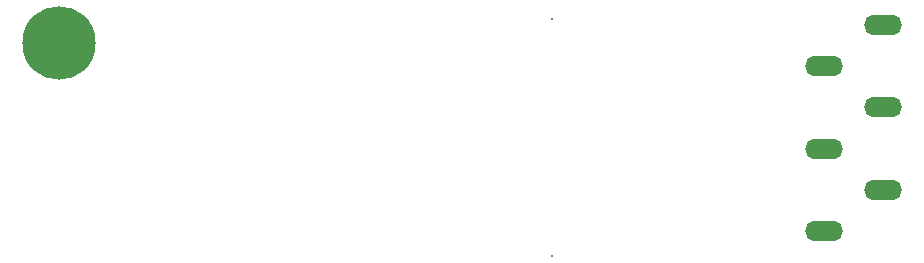
<source format=gbs>
G04*
G04 #@! TF.GenerationSoftware,Altium Limited,Altium Designer,18.1.7 (191)*
G04*
G04 Layer_Color=16711935*
%FSLAX44Y44*%
%MOMM*%
G71*
G01*
G75*
%ADD30O,3.2192X1.7112*%
%ADD31C,6.2032*%
%ADD32C,0.2032*%
D30*
X1998000Y1260500D02*
D03*
X2048000Y1295500D02*
D03*
X1998000Y1330500D02*
D03*
X2048000Y1365500D02*
D03*
X1998000Y1400500D02*
D03*
X2048000Y1435500D02*
D03*
D31*
X1350000Y1420000D02*
D03*
D32*
X1767500Y1440000D02*
D03*
Y1240000D02*
D03*
M02*

</source>
